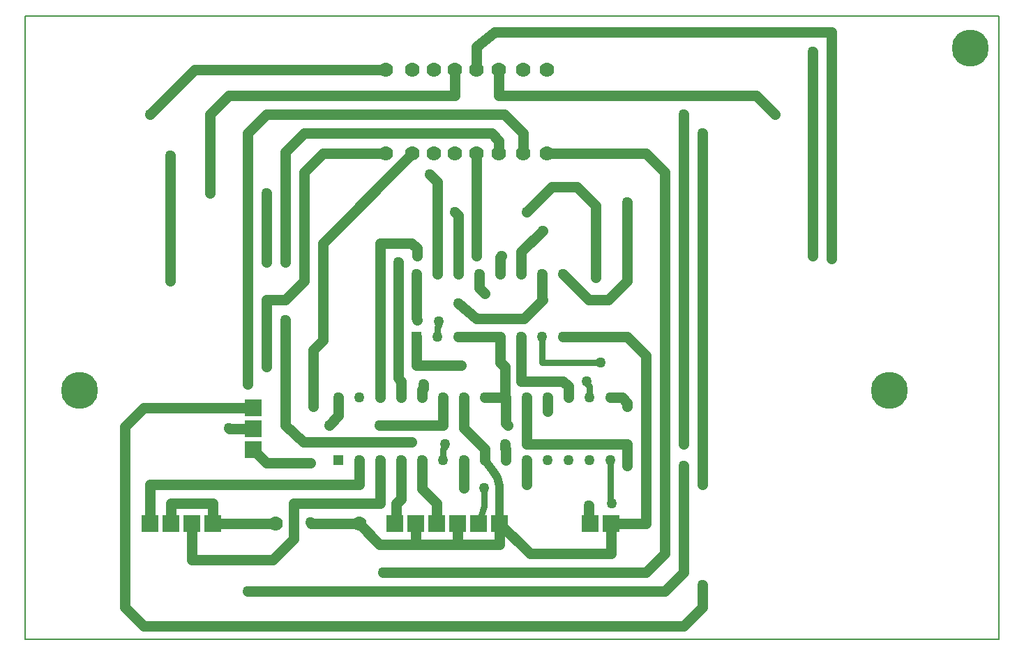
<source format=gbr>
G04 PROTEUS GERBER X2 FILE*
%TF.GenerationSoftware,Labcenter,Proteus,8.9-SP0-Build27865*%
%TF.CreationDate,2021-05-25T18:16:11+00:00*%
%TF.FileFunction,Copper,L2,Bot*%
%TF.FilePolarity,Positive*%
%TF.Part,Single*%
%TF.SameCoordinates,{8c929804-3c0d-4c6f-a7b4-99d41835b1df}*%
%FSLAX45Y45*%
%MOMM*%
G01*
%TA.AperFunction,Conductor*%
%ADD10C,1.270000*%
%ADD11C,0.762000*%
%ADD12C,1.016000*%
%TA.AperFunction,ViaPad*%
%ADD13C,1.270000*%
%TA.AperFunction,ComponentPad*%
%ADD19R,1.270000X1.270000*%
%ADD70C,1.270000*%
%TA.AperFunction,ComponentPad*%
%ADD15R,2.032000X2.032000*%
%TA.AperFunction,ComponentPad*%
%ADD14C,1.778000*%
%TA.AperFunction,OtherPad,Unknown*%
%ADD17C,4.500000*%
%TA.AperFunction,Profile*%
%ADD18C,0.203200*%
%TD.AperFunction*%
D10*
X-5220344Y+3304104D02*
X-5220344Y+2767404D01*
X-4709844Y+2767404D01*
X-4646344Y+2703904D01*
X-4646344Y+2566934D01*
X-6424344Y+1804934D02*
X-6424344Y+1463504D01*
X-6242344Y+1281504D01*
X-6242344Y+1037604D01*
X-6678344Y+1804934D02*
X-6678344Y+1337384D01*
X-6734224Y+1281504D01*
X-6734224Y+1053724D01*
X-6750344Y+1037604D01*
X-9214344Y+1037604D02*
X-9214344Y+595704D01*
X-8239844Y+595704D01*
X-7985604Y+849944D01*
X-7985604Y+1281504D01*
X-6932344Y+1281504D01*
X-6932344Y+1804934D01*
X-7186344Y+1804934D02*
X-7186344Y+1510104D01*
X-9722344Y+1510104D01*
X-9722344Y+1037604D01*
X-5153744Y+1510104D02*
X-5154344Y+1510704D01*
X-5154344Y+1804934D01*
X-3020144Y+5777304D02*
X-3020144Y+1510104D01*
X-5420444Y+2005404D02*
X-5420444Y+1954004D01*
X-5408344Y+1941904D01*
X-5408344Y+1804934D01*
X-3248744Y+6005904D02*
X-3248744Y+2005404D01*
X-6487244Y+4291404D02*
X-6487244Y+4380304D01*
X-6550744Y+4443804D01*
X-6932344Y+4443804D01*
X-6932344Y+2566934D01*
X-5763344Y+4291404D02*
X-5760344Y+4294404D01*
X-5760344Y+5533104D01*
X-6715844Y+4215204D02*
X-6715844Y+2805504D01*
X-6678344Y+2768004D01*
X-6678344Y+2566934D01*
X-8087444Y+4215204D02*
X-8087444Y+5548704D01*
X-7858844Y+5777304D01*
X-5579244Y+5777304D01*
X-5490344Y+5688404D01*
X-5490344Y+5533104D01*
X-6411044Y+2729304D02*
X-6411044Y+2679104D01*
X-6424344Y+2665804D01*
X-6424344Y+2566934D01*
X-8544644Y+2729304D02*
X-8544644Y+5777304D01*
X-8316044Y+6005904D01*
X-5428944Y+6005904D01*
X-5200344Y+5777304D01*
X-5200344Y+5533104D01*
X-1686644Y+4291404D02*
X-1686644Y+5510604D01*
X-5458544Y+4291404D02*
X-5474344Y+4275604D01*
X-5474344Y+4066104D01*
X-4963244Y+4596204D02*
X-5220344Y+4339104D01*
X-5220344Y+4066104D01*
X-4963244Y+3758004D02*
X-4966344Y+3761104D01*
X-4966344Y+4066104D01*
X-3934544Y+4939104D02*
X-3934544Y+3986604D01*
X-4163144Y+3758004D01*
X-4404244Y+3758004D01*
X-4712344Y+4066104D01*
X-8316044Y+4215204D02*
X-8316044Y+5053404D01*
X-6334844Y+5282004D02*
X-6236344Y+5183504D01*
X-6236344Y+4066104D01*
X-5153744Y+4824804D02*
X-4848944Y+5129604D01*
X-4544144Y+5129604D01*
X-4315544Y+4901004D01*
X-4315544Y+4024704D01*
X-6030044Y+4824804D02*
X-5982344Y+4777104D01*
X-5982344Y+4066104D01*
X-8960344Y+1037604D02*
X-8206344Y+1037604D01*
X-8960344Y+1037604D02*
X-8960344Y+1281504D01*
X-9468344Y+1281504D01*
X-9468344Y+1037604D01*
X-9725744Y+6005904D02*
X-9182544Y+6549104D01*
X-6860344Y+6549104D01*
X-9001844Y+5053404D02*
X-9001844Y+6005904D01*
X-8773244Y+6234504D01*
X-6030344Y+6234504D01*
X-6030344Y+6549104D01*
X-2143844Y+6005904D02*
X-2372444Y+6234504D01*
X-5490344Y+6234504D01*
X-5490344Y+6549104D01*
X-5728344Y+3304104D02*
X-5474344Y+3304104D01*
X-5728344Y+3304104D02*
X-5791843Y+3304104D01*
X-5791844Y+3304103D01*
X-5918844Y+3304103D01*
X-5918845Y+3304104D01*
X-5982344Y+3304104D01*
X-3020144Y+290904D02*
X-3020144Y+24204D01*
X-3248744Y-204396D01*
X-9801944Y-204396D01*
X-10030544Y+24204D01*
X-10030544Y+2211334D01*
X-9801944Y+2439934D01*
X-8470344Y+2439934D01*
X-5474344Y+3304104D02*
X-5474344Y+2996004D01*
X-5418464Y+2940124D01*
X-5418464Y+2566934D01*
X-5662344Y+1804934D02*
X-5662344Y+1941904D01*
X-5916344Y+2195904D01*
X-5916344Y+2566934D01*
X-6496344Y+786204D02*
X-5991944Y+786204D01*
X-5480344Y+1037604D02*
X-5480344Y+786204D01*
X-5991944Y+786204D01*
X-6496344Y+786204D02*
X-6496344Y+1037604D01*
X-5991944Y+900504D02*
X-5991944Y+786204D01*
X-7190344Y+1037604D02*
X-6938944Y+786204D01*
X-6525343Y+786204D01*
X-6496344Y+786204D01*
X-4126344Y+1037604D02*
X-3705944Y+1037604D01*
X-3705944Y+3075504D01*
X-3934544Y+3304104D01*
X-4712344Y+3304104D01*
X-5991944Y+900504D02*
X-5991944Y+1034004D01*
X-5988344Y+1037604D01*
X-5480344Y+1037604D02*
X-5114644Y+671904D01*
X-4126344Y+671904D01*
X-4126344Y+1037604D01*
X-7782644Y+1776804D02*
X-8315214Y+1776804D01*
X-8470344Y+1931934D01*
X-7190344Y+1037604D02*
X-7767344Y+1037604D01*
X-7782644Y+1052904D01*
D11*
X-6236344Y+3304104D02*
X-6236344Y+3427804D01*
X-6220544Y+3443604D01*
X-6220544Y+3491304D01*
X-4429844Y+2767404D02*
X-4429844Y+2741404D01*
X-4392344Y+2703904D01*
X-4392344Y+2566934D01*
D10*
X-3934544Y+2462604D02*
X-3934544Y+2503434D01*
X-3998044Y+2566934D01*
X-4138344Y+2566934D01*
X-9480344Y+3986604D02*
X-9480344Y+5509404D01*
X-4963244Y+3758004D02*
X-5191844Y+3529404D01*
X-5763344Y+3529404D01*
X-5980344Y+3709404D01*
X-6490344Y+3304104D02*
X-6490344Y+2957904D01*
X-5953844Y+2957904D01*
D11*
X-4138344Y+1804934D02*
X-4138344Y+1294804D01*
X-4125044Y+1281504D01*
X-4260344Y+2996004D02*
X-4966344Y+2996004D01*
X-4966344Y+3304104D01*
D10*
X-7438344Y+2566934D02*
X-7438344Y+2349704D01*
X-7554044Y+2234004D01*
X-8773244Y+2195904D02*
X-8763274Y+2185934D01*
X-8470344Y+2185934D01*
X-5664844Y+3834204D02*
X-5728344Y+3897704D01*
X-5728344Y+4066104D01*
X-6860344Y+5533104D02*
X-7630244Y+5533104D01*
X-7858844Y+5304504D01*
X-7858844Y+3986604D01*
X-8087444Y+3758004D01*
X-8316044Y+3758004D01*
X-8316044Y+2939404D01*
X-4900344Y+2399404D02*
X-4900344Y+2566934D01*
D12*
X-5480344Y+1037604D02*
X-5485194Y+1503188D01*
X-5480344Y+1499404D01*
X-5510344Y+1599404D01*
X-5560344Y+1669404D01*
X-5662344Y+1804934D01*
D11*
X-5734344Y+1037604D02*
X-5670051Y+1249403D01*
X-5668988Y+1467263D01*
X-6144344Y+2005404D02*
X-6144344Y+1967904D01*
X-6170344Y+1941904D01*
X-6170344Y+1804934D01*
D10*
X-5916344Y+1804934D02*
X-5916344Y+1472604D01*
X-5915744Y+1472004D01*
X-6550344Y+2029404D02*
X-7860344Y+2029404D01*
X-8087444Y+2234004D01*
X-8087444Y+3509404D01*
X-6480344Y+3509404D02*
X-6490344Y+3532504D01*
X-6490344Y+4066104D01*
X-4910344Y+5533104D02*
X-3705944Y+5533104D01*
X-3477344Y+5304504D01*
X-3477344Y+671904D01*
X-3705944Y+443304D01*
X-6900344Y+443304D01*
X-6944444Y+2234004D02*
X-6170344Y+2234004D01*
X-6170344Y+2566934D01*
X-4380344Y+1037604D02*
X-4403144Y+1014804D01*
X-4400344Y+1259404D01*
X-5382344Y+2234004D02*
X-5408344Y+2260004D01*
X-5408344Y+2566934D01*
X-6540344Y+5533104D02*
X-7630244Y+4443204D01*
X-7630244Y+3262704D01*
X-7744544Y+3148404D01*
X-7744544Y+2462604D01*
X-8544644Y+214704D02*
X-3477344Y+214704D01*
X-3248744Y+443304D01*
X-3248744Y+1738704D01*
X-3934544Y+1738704D02*
X-3934544Y+2005404D01*
X-5154344Y+2005404D01*
X-5154344Y+2566934D01*
X-5662344Y+2566934D02*
X-5418464Y+2566934D01*
X-5408344Y+2566934D01*
X-1686644Y+5510604D02*
X-1686644Y+6770000D01*
X-1458044Y+4253304D02*
X-1458044Y+7010000D01*
X-5545240Y+7010000D01*
X-5760000Y+6826244D01*
X-5760344Y+6549104D01*
D13*
X-5153744Y+1510104D03*
X-3020144Y+1510104D03*
X-3020144Y+5777304D03*
X-5420444Y+2005404D03*
X-3248744Y+2005404D03*
X-3248744Y+6005904D03*
X-6487244Y+4291404D03*
X-5763344Y+4291404D03*
X-6715844Y+4215204D03*
X-8087444Y+4215204D03*
X-6411044Y+2729304D03*
X-8544644Y+2729304D03*
X-5458544Y+4291404D03*
X-1686644Y+4291404D03*
X-4963244Y+4596204D03*
X-3934544Y+4939104D03*
X-8316044Y+5053404D03*
X-8316044Y+4215204D03*
X-6334844Y+5282004D03*
X-4315544Y+4024704D03*
X-5153744Y+4824804D03*
X-6030044Y+4824804D03*
X-9725744Y+6005904D03*
X-9001844Y+5053404D03*
X-2143844Y+6005904D03*
X-6220544Y+3491304D03*
X-4429844Y+2767404D03*
X-3934544Y+2462604D03*
X-9480344Y+3986604D03*
X-9480344Y+5509404D03*
X-4963244Y+3758004D03*
X-5980344Y+3709404D03*
X-5953844Y+2957904D03*
X-4125044Y+1281504D03*
X-4260344Y+2996004D03*
X-7554044Y+2234004D03*
X-8773244Y+2195904D03*
X-7782644Y+1052904D03*
X-7782644Y+1776804D03*
X-5664844Y+3834204D03*
X-8316044Y+2939404D03*
X-4900344Y+2399404D03*
X-5668988Y+1467263D03*
X-6144344Y+2005404D03*
X-5915744Y+1472004D03*
X-6550344Y+2029404D03*
X-8087444Y+3509404D03*
X-6480344Y+3509404D03*
X-6900344Y+443304D03*
X-6944444Y+2234004D03*
X-4400344Y+1259404D03*
X-5382344Y+2234004D03*
X-7744544Y+2462604D03*
X-8544644Y+214704D03*
X-3248744Y+1738704D03*
X-3934544Y+1738704D03*
X-3020144Y+290904D03*
X-1686644Y+5510604D03*
X-1686644Y+6770000D03*
X-1458044Y+4253304D03*
D19*
X-6490344Y+3304104D03*
D70*
X-6236344Y+3304104D03*
X-5982344Y+3304104D03*
X-5728344Y+3304104D03*
X-5474344Y+3304104D03*
X-5220344Y+3304104D03*
X-4966344Y+3304104D03*
X-4712344Y+3304104D03*
X-4712344Y+4066104D03*
X-4966344Y+4066104D03*
X-5220344Y+4066104D03*
X-5474344Y+4066104D03*
X-5728344Y+4066104D03*
X-5982344Y+4066104D03*
X-6236344Y+4066104D03*
X-6490344Y+4066104D03*
D19*
X-7440344Y+1804934D03*
D70*
X-7186344Y+1804934D03*
X-6932344Y+1804934D03*
X-6678344Y+1804934D03*
X-6424344Y+1804934D03*
X-6170344Y+1804934D03*
X-5916344Y+1804934D03*
X-5662344Y+1804934D03*
X-5408344Y+1804934D03*
X-5154344Y+1804934D03*
X-4900344Y+1804934D03*
X-4646344Y+1804934D03*
X-4392344Y+1804934D03*
X-4138344Y+1804934D03*
X-4138344Y+2566934D03*
X-4392344Y+2566934D03*
X-4646344Y+2566934D03*
X-4900344Y+2566934D03*
X-5154344Y+2566934D03*
X-5408344Y+2566934D03*
X-5662344Y+2566934D03*
X-5916344Y+2566934D03*
X-6170344Y+2566934D03*
X-6424344Y+2566934D03*
X-6678344Y+2566934D03*
X-6932344Y+2566934D03*
X-7186344Y+2566934D03*
X-7438344Y+2566934D03*
D15*
X-6750344Y+1037604D03*
X-6496344Y+1037604D03*
X-6242344Y+1037604D03*
X-5988344Y+1037604D03*
X-5734344Y+1037604D03*
X-5480344Y+1037604D03*
X-8960344Y+1037604D03*
X-9214344Y+1037604D03*
X-9468344Y+1037604D03*
X-9722344Y+1037604D03*
D14*
X-6860344Y+6549104D03*
X-6860344Y+5533104D03*
X-6540344Y+6549104D03*
X-6540344Y+5533104D03*
X-6280344Y+6549104D03*
X-6280344Y+5533104D03*
X-6030344Y+6549104D03*
X-6030344Y+5533104D03*
X-5760344Y+6549104D03*
X-5760344Y+5533104D03*
X-5490344Y+6549104D03*
X-5490344Y+5533104D03*
X-5200344Y+6549104D03*
X-5200344Y+5533104D03*
X-4910344Y+6549104D03*
X-4910344Y+5533104D03*
X-7190344Y+1037604D03*
X-8206344Y+1037604D03*
D15*
X-8470344Y+2439934D03*
X-8470344Y+2185934D03*
X-8470344Y+1931934D03*
X-4380344Y+1037604D03*
X-4126344Y+1037604D03*
D17*
X+230000Y+6810000D03*
X-750000Y+2655000D03*
X-10580000Y+2655000D03*
D18*
X-11240344Y-370596D02*
X+579656Y-370596D01*
X+579656Y+7199404D01*
X-11240344Y+7199404D01*
X-11240344Y-370596D01*
M02*

</source>
